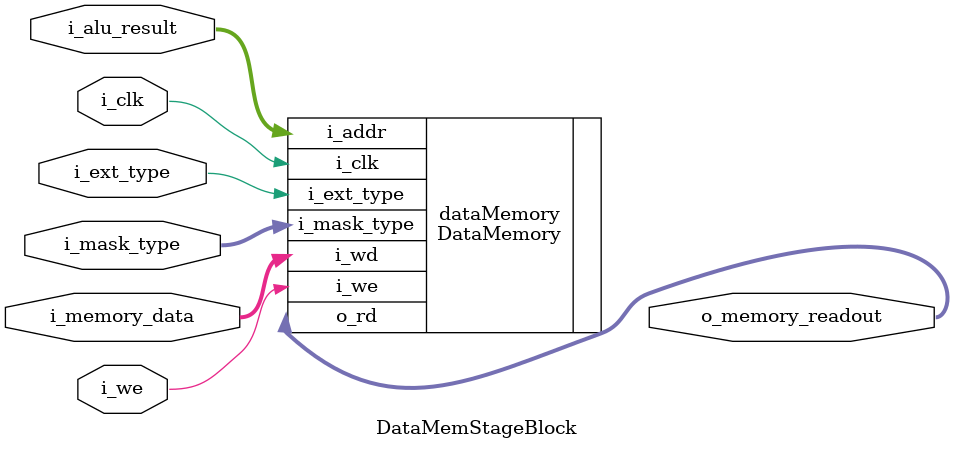
<source format=sv>
module DataMemStageBlock (
    input  logic        i_clk,
    //From control
    input  logic        i_we,
    input  logic [1:0]  i_mask_type,
    input  logic        i_ext_type,
    // From exec
    input  logic [31:0] i_alu_result,
    input  logic [31:0] i_memory_data,
    // To Writeback
    output logic [31:0] o_memory_readout

);

    DataMemory dataMemory (
        .i_clk(i_clk),
        .i_we(i_we),
        .i_addr(i_alu_result),
        .i_wd(i_memory_data),
        .i_mask_type(i_mask_type),
        .i_ext_type(i_ext_type),
        .o_rd(o_memory_readout)
    );

endmodule
</source>
